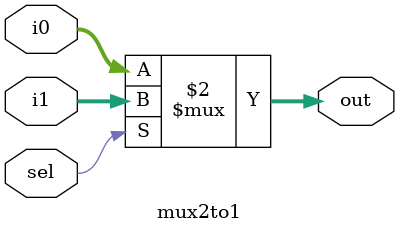
<source format=sv>
module mux2to1 #(parameter SIZE = 32) (i0, i1, sel, out);
    input [SIZE-1:0] i0, i1;
    input sel;
    output [SIZE-1:0] out;
    
    assign out = (sel == 1'b1) ? i1 : i0;
    
endmodule

</source>
